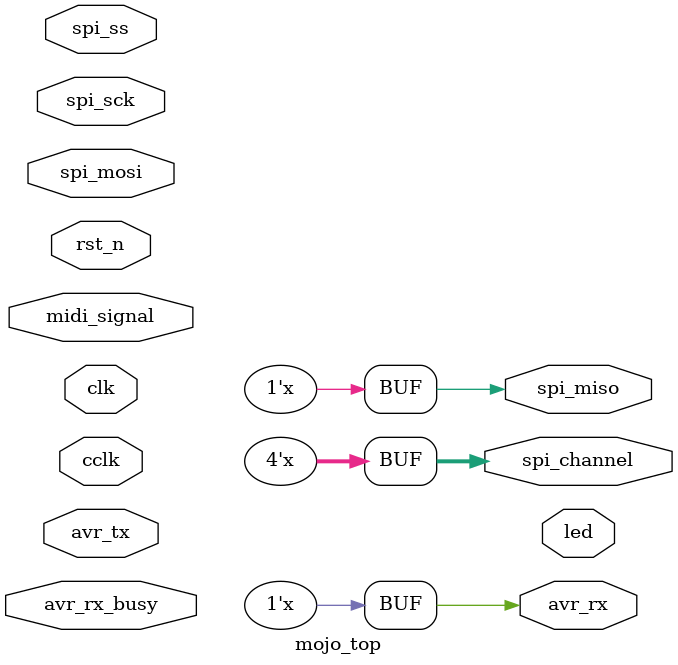
<source format=v>
module mojo_top(
    // 50MHz clock input
    input clk,
    // Input from reset button (active low)
    input rst_n,
    // cclk input from AVR, high when AVR is ready
    input cclk,
    // Outputs to the 8 onboard LEDs
    output[7:0]led,
    // AVR SPI connections
    output spi_miso,
    input spi_ss,
    input spi_mosi,
    input spi_sck,
    // AVR ADC channel select
    output [3:0] spi_channel,
    // Serial connections
    input avr_tx, // AVR Tx => FPGA Rx
    output avr_rx, // AVR Rx => FPGA Tx
    input avr_rx_busy, // AVR Rx buffer full
    input midi_signal
  );
 
  wire rst = ~rst_n; // make reset active high
   
  avr_interface avr_interface (
    .clk(clk),
    .rst(rst),
    .cclk(cclk),
    .spi_miso(spi_miso),
    .spi_mosi(spi_mosi),
    .spi_sck(spi_sck),
    .spi_ss(spi_ss),
    .spi_channel(spi_channel),
    .tx(avr_rx), // FPGA tx goes to AVR rx
    .rx(avr_tx),
    .channel(4'd15), // invalid channel disables the ADC
    .new_sample(),
    .sample(),
    .sample_channel(),
    .tx_data(midi_byte_from_detector),
    .new_tx_data(midi_byte_ready),
    .tx_busy(tx_busy),
    .tx_block(avr_rx_busy),
    .rx_data(rx_data),
    .new_rx_data(new_rx_data)
  );
 
// these signals should be high-z when not used
assign spi_miso = 1'bz;
assign avr_rx = 1'bz;
assign spi_channel = 4'bzzzz;

midi_byte_detect midi_detect (
    .clk(clk), // 50MHz clock
    .rst(rst),
    .midi_signal(midi_signal),
    .midi_byte_out(midi_byte_from_detector),
    .byte_ready(midi_byte_ready)
);

endmodule
</source>
